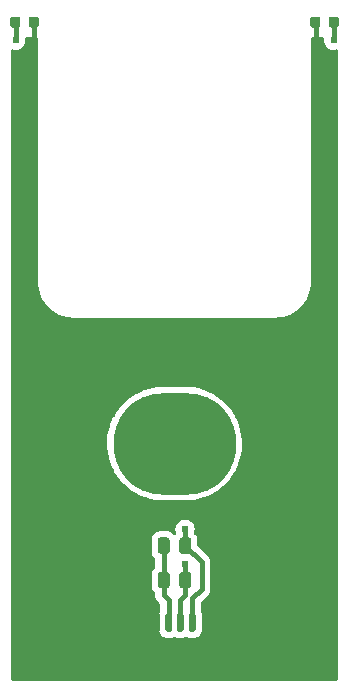
<source format=gtl>
G04 #@! TF.GenerationSoftware,KiCad,Pcbnew,6.0.2+dfsg-1*
G04 #@! TF.CreationDate,2024-06-30T21:19:04-06:00*
G04 #@! TF.ProjectId,ckt-axle,636b742d-6178-46c6-952e-6b696361645f,rev?*
G04 #@! TF.SameCoordinates,Original*
G04 #@! TF.FileFunction,Copper,L1,Top*
G04 #@! TF.FilePolarity,Positive*
%FSLAX46Y46*%
G04 Gerber Fmt 4.6, Leading zero omitted, Abs format (unit mm)*
G04 Created by KiCad (PCBNEW 6.0.2+dfsg-1) date 2024-06-30 21:19:04*
%MOMM*%
%LPD*%
G01*
G04 APERTURE LIST*
G04 #@! TA.AperFunction,ComponentPad*
%ADD10O,10.400000X8.600000*%
G04 #@! TD*
G04 #@! TA.AperFunction,ViaPad*
%ADD11C,0.609600*%
G04 #@! TD*
G04 #@! TA.AperFunction,Conductor*
%ADD12C,0.457200*%
G04 #@! TD*
G04 APERTURE END LIST*
G04 #@! TA.AperFunction,SMDPad,CuDef*
G36*
G01*
X140126000Y-70995250D02*
X140126000Y-70482750D01*
G75*
G02*
X140344750Y-70264000I218750J0D01*
G01*
X140782250Y-70264000D01*
G75*
G02*
X141001000Y-70482750I0J-218750D01*
G01*
X141001000Y-70995250D01*
G75*
G02*
X140782250Y-71214000I-218750J0D01*
G01*
X140344750Y-71214000D01*
G75*
G02*
X140126000Y-70995250I0J218750D01*
G01*
G37*
G04 #@! TD.AperFunction*
G04 #@! TA.AperFunction,SMDPad,CuDef*
G36*
G01*
X141701000Y-70995250D02*
X141701000Y-70482750D01*
G75*
G02*
X141919750Y-70264000I218750J0D01*
G01*
X142357250Y-70264000D01*
G75*
G02*
X142576000Y-70482750I0J-218750D01*
G01*
X142576000Y-70995250D01*
G75*
G02*
X142357250Y-71214000I-218750J0D01*
G01*
X141919750Y-71214000D01*
G75*
G02*
X141701000Y-70995250I0J218750D01*
G01*
G37*
G04 #@! TD.AperFunction*
G04 #@! TA.AperFunction,SMDPad,CuDef*
G36*
G01*
X126851000Y-122196000D02*
X126851000Y-120946000D01*
G75*
G02*
X127001000Y-120796000I150000J0D01*
G01*
X127301000Y-120796000D01*
G75*
G02*
X127451000Y-120946000I0J-150000D01*
G01*
X127451000Y-122196000D01*
G75*
G02*
X127301000Y-122346000I-150000J0D01*
G01*
X127001000Y-122346000D01*
G75*
G02*
X126851000Y-122196000I0J150000D01*
G01*
G37*
G04 #@! TD.AperFunction*
G04 #@! TA.AperFunction,SMDPad,CuDef*
G36*
G01*
X127851000Y-122196000D02*
X127851000Y-120946000D01*
G75*
G02*
X128001000Y-120796000I150000J0D01*
G01*
X128301000Y-120796000D01*
G75*
G02*
X128451000Y-120946000I0J-150000D01*
G01*
X128451000Y-122196000D01*
G75*
G02*
X128301000Y-122346000I-150000J0D01*
G01*
X128001000Y-122346000D01*
G75*
G02*
X127851000Y-122196000I0J150000D01*
G01*
G37*
G04 #@! TD.AperFunction*
G04 #@! TA.AperFunction,SMDPad,CuDef*
G36*
G01*
X128851000Y-122196000D02*
X128851000Y-120946000D01*
G75*
G02*
X129001000Y-120796000I150000J0D01*
G01*
X129301000Y-120796000D01*
G75*
G02*
X129451000Y-120946000I0J-150000D01*
G01*
X129451000Y-122196000D01*
G75*
G02*
X129301000Y-122346000I-150000J0D01*
G01*
X129001000Y-122346000D01*
G75*
G02*
X128851000Y-122196000I0J150000D01*
G01*
G37*
G04 #@! TD.AperFunction*
G04 #@! TA.AperFunction,SMDPad,CuDef*
G36*
G01*
X129851000Y-122196000D02*
X129851000Y-120946000D01*
G75*
G02*
X130001000Y-120796000I150000J0D01*
G01*
X130301000Y-120796000D01*
G75*
G02*
X130451000Y-120946000I0J-150000D01*
G01*
X130451000Y-122196000D01*
G75*
G02*
X130301000Y-122346000I-150000J0D01*
G01*
X130001000Y-122346000D01*
G75*
G02*
X129851000Y-122196000I0J150000D01*
G01*
G37*
G04 #@! TD.AperFunction*
G04 #@! TA.AperFunction,SMDPad,CuDef*
G36*
G01*
X130851000Y-126096000D02*
X130851000Y-124796000D01*
G75*
G02*
X131101000Y-124546000I250000J0D01*
G01*
X131801000Y-124546000D01*
G75*
G02*
X132051000Y-124796000I0J-250000D01*
G01*
X132051000Y-126096000D01*
G75*
G02*
X131801000Y-126346000I-250000J0D01*
G01*
X131101000Y-126346000D01*
G75*
G02*
X130851000Y-126096000I0J250000D01*
G01*
G37*
G04 #@! TD.AperFunction*
G04 #@! TA.AperFunction,SMDPad,CuDef*
G36*
G01*
X125251000Y-126096000D02*
X125251000Y-124796000D01*
G75*
G02*
X125501000Y-124546000I250000J0D01*
G01*
X126201000Y-124546000D01*
G75*
G02*
X126451000Y-124796000I0J-250000D01*
G01*
X126451000Y-126096000D01*
G75*
G02*
X126201000Y-126346000I-250000J0D01*
G01*
X125501000Y-126346000D01*
G75*
G02*
X125251000Y-126096000I0J250000D01*
G01*
G37*
G04 #@! TD.AperFunction*
G04 #@! TA.AperFunction,SMDPad,CuDef*
G36*
G01*
X130076000Y-117533000D02*
X130076000Y-118433000D01*
G75*
G02*
X129826000Y-118683000I-250000J0D01*
G01*
X129301000Y-118683000D01*
G75*
G02*
X129051000Y-118433000I0J250000D01*
G01*
X129051000Y-117533000D01*
G75*
G02*
X129301000Y-117283000I250000J0D01*
G01*
X129826000Y-117283000D01*
G75*
G02*
X130076000Y-117533000I0J-250000D01*
G01*
G37*
G04 #@! TD.AperFunction*
G04 #@! TA.AperFunction,SMDPad,CuDef*
G36*
G01*
X128251000Y-117533000D02*
X128251000Y-118433000D01*
G75*
G02*
X128001000Y-118683000I-250000J0D01*
G01*
X127476000Y-118683000D01*
G75*
G02*
X127226000Y-118433000I0J250000D01*
G01*
X127226000Y-117533000D01*
G75*
G02*
X127476000Y-117283000I250000J0D01*
G01*
X128001000Y-117283000D01*
G75*
G02*
X128251000Y-117533000I0J-250000D01*
G01*
G37*
G04 #@! TD.AperFunction*
G04 #@! TA.AperFunction,SMDPad,CuDef*
G36*
G01*
X130076000Y-114612000D02*
X130076000Y-115512000D01*
G75*
G02*
X129826000Y-115762000I-250000J0D01*
G01*
X129301000Y-115762000D01*
G75*
G02*
X129051000Y-115512000I0J250000D01*
G01*
X129051000Y-114612000D01*
G75*
G02*
X129301000Y-114362000I250000J0D01*
G01*
X129826000Y-114362000D01*
G75*
G02*
X130076000Y-114612000I0J-250000D01*
G01*
G37*
G04 #@! TD.AperFunction*
G04 #@! TA.AperFunction,SMDPad,CuDef*
G36*
G01*
X128251000Y-114612000D02*
X128251000Y-115512000D01*
G75*
G02*
X128001000Y-115762000I-250000J0D01*
G01*
X127476000Y-115762000D01*
G75*
G02*
X127226000Y-115512000I0J250000D01*
G01*
X127226000Y-114612000D01*
G75*
G02*
X127476000Y-114362000I250000J0D01*
G01*
X128001000Y-114362000D01*
G75*
G02*
X128251000Y-114612000I0J-250000D01*
G01*
G37*
G04 #@! TD.AperFunction*
G04 #@! TA.AperFunction,SMDPad,CuDef*
G36*
G01*
X117176000Y-70482750D02*
X117176000Y-70995250D01*
G75*
G02*
X116957250Y-71214000I-218750J0D01*
G01*
X116519750Y-71214000D01*
G75*
G02*
X116301000Y-70995250I0J218750D01*
G01*
X116301000Y-70482750D01*
G75*
G02*
X116519750Y-70264000I218750J0D01*
G01*
X116957250Y-70264000D01*
G75*
G02*
X117176000Y-70482750I0J-218750D01*
G01*
G37*
G04 #@! TD.AperFunction*
G04 #@! TA.AperFunction,SMDPad,CuDef*
G36*
G01*
X115601000Y-70482750D02*
X115601000Y-70995250D01*
G75*
G02*
X115382250Y-71214000I-218750J0D01*
G01*
X114944750Y-71214000D01*
G75*
G02*
X114726000Y-70995250I0J218750D01*
G01*
X114726000Y-70482750D01*
G75*
G02*
X114944750Y-70264000I218750J0D01*
G01*
X115382250Y-70264000D01*
G75*
G02*
X115601000Y-70482750I0J-218750D01*
G01*
G37*
G04 #@! TD.AperFunction*
D10*
X128651000Y-106426000D03*
D11*
X128651000Y-125349000D03*
X129540000Y-116586000D03*
X115189000Y-72263000D03*
X129540000Y-113665000D03*
X142113000Y-72263000D03*
D12*
X140589000Y-70739000D02*
X140589000Y-72618500D01*
X116713000Y-70739000D02*
X116713000Y-72618500D01*
X115189000Y-72263000D02*
X115189000Y-70764500D01*
X129563500Y-119229500D02*
X129151000Y-119642000D01*
X129151000Y-119642000D02*
X129151000Y-121571000D01*
X129563500Y-116609500D02*
X129563500Y-119229500D01*
X115189000Y-70764500D02*
X115163500Y-70739000D01*
X129540000Y-116586000D02*
X129563500Y-116609500D01*
X130937000Y-116435500D02*
X129563500Y-115062000D01*
X129563500Y-115062000D02*
X129563500Y-113688500D01*
X130937000Y-118745000D02*
X130937000Y-116435500D01*
X142113000Y-72263000D02*
X142113000Y-70764500D01*
X130151000Y-121571000D02*
X130151000Y-119531000D01*
X129563500Y-113688500D02*
X129540000Y-113665000D01*
X142113000Y-70764500D02*
X142138500Y-70739000D01*
X130151000Y-119531000D02*
X130937000Y-118745000D01*
X128151000Y-121571000D02*
X128151000Y-119642000D01*
X127738500Y-119229500D02*
X127738500Y-115062000D01*
X128151000Y-119642000D02*
X127738500Y-119229500D01*
G04 #@! TA.AperFunction,Conductor*
G36*
X117036121Y-72029002D02*
G01*
X117082614Y-72082658D01*
X117094000Y-72135000D01*
X117094000Y-92656793D01*
X117092254Y-92677697D01*
X117088929Y-92697461D01*
X117088776Y-92710000D01*
X117089465Y-92714808D01*
X117089465Y-92714813D01*
X117089614Y-92715851D01*
X117090715Y-92727122D01*
X117106537Y-93029040D01*
X117156515Y-93344585D01*
X117239202Y-93653176D01*
X117353692Y-93951435D01*
X117355190Y-93954375D01*
X117453257Y-94146841D01*
X117498732Y-94236091D01*
X117672732Y-94504028D01*
X117873786Y-94752309D01*
X118099691Y-94978214D01*
X118347972Y-95179268D01*
X118615909Y-95353268D01*
X118618843Y-95354763D01*
X118618850Y-95354767D01*
X118897625Y-95496810D01*
X118900565Y-95498308D01*
X119198824Y-95612798D01*
X119507415Y-95695485D01*
X119674934Y-95722018D01*
X119819712Y-95744949D01*
X119819720Y-95744950D01*
X119822960Y-95745463D01*
X119963926Y-95752851D01*
X120108921Y-95760450D01*
X120123221Y-95762022D01*
X120124656Y-95762263D01*
X120124660Y-95762263D01*
X120129461Y-95763071D01*
X120135816Y-95763149D01*
X120137141Y-95763165D01*
X120137145Y-95763165D01*
X120142000Y-95763224D01*
X120169588Y-95759273D01*
X120187451Y-95758000D01*
X137106793Y-95758000D01*
X137127697Y-95759746D01*
X137147461Y-95763071D01*
X137153819Y-95763149D01*
X137155142Y-95763165D01*
X137155146Y-95763165D01*
X137160000Y-95763224D01*
X137164808Y-95762535D01*
X137164813Y-95762535D01*
X137165851Y-95762386D01*
X137177122Y-95761285D01*
X137479040Y-95745463D01*
X137482280Y-95744950D01*
X137482288Y-95744949D01*
X137627066Y-95722018D01*
X137794585Y-95695485D01*
X138103176Y-95612798D01*
X138401435Y-95498308D01*
X138404375Y-95496810D01*
X138683150Y-95354767D01*
X138683157Y-95354763D01*
X138686091Y-95353268D01*
X138954028Y-95179268D01*
X139202309Y-94978214D01*
X139428214Y-94752309D01*
X139629268Y-94504028D01*
X139803268Y-94236091D01*
X139848744Y-94146841D01*
X139946810Y-93954375D01*
X139948308Y-93951435D01*
X140062798Y-93653176D01*
X140145485Y-93344585D01*
X140195463Y-93029040D01*
X140210450Y-92743079D01*
X140212022Y-92728779D01*
X140212263Y-92727344D01*
X140212263Y-92727340D01*
X140213071Y-92722539D01*
X140213224Y-92710000D01*
X140209273Y-92682412D01*
X140208000Y-92664549D01*
X140208000Y-72135000D01*
X140228002Y-72066879D01*
X140281658Y-72020386D01*
X140334000Y-72009000D01*
X141182358Y-72009000D01*
X141250479Y-72029002D01*
X141296972Y-72082658D01*
X141307365Y-72150791D01*
X141294634Y-72251573D01*
X141295321Y-72258580D01*
X141295321Y-72258583D01*
X141304967Y-72356957D01*
X141312439Y-72433164D01*
X141370033Y-72606299D01*
X141464554Y-72762371D01*
X141591303Y-72893623D01*
X141597195Y-72897478D01*
X141597199Y-72897482D01*
X141732000Y-72985693D01*
X141743981Y-72993533D01*
X141750585Y-72995989D01*
X141750587Y-72995990D01*
X141829491Y-73025334D01*
X141915000Y-73057135D01*
X142095860Y-73081267D01*
X142102871Y-73080629D01*
X142102875Y-73080629D01*
X142242580Y-73067914D01*
X142277571Y-73064729D01*
X142284273Y-73062551D01*
X142284275Y-73062551D01*
X142329064Y-73047998D01*
X142400032Y-73045971D01*
X142460830Y-73082633D01*
X142492155Y-73146345D01*
X142494000Y-73167831D01*
X142494000Y-126366000D01*
X142473998Y-126434121D01*
X142420342Y-126480614D01*
X142368000Y-126492000D01*
X114934000Y-126492000D01*
X114865879Y-126471998D01*
X114819386Y-126418342D01*
X114808000Y-126366000D01*
X114808000Y-118483400D01*
X126717500Y-118483400D01*
X126728474Y-118589166D01*
X126784450Y-118756946D01*
X126877522Y-118907348D01*
X126882704Y-118912521D01*
X126882708Y-118912526D01*
X126964417Y-118994092D01*
X126998497Y-119056374D01*
X127001400Y-119083265D01*
X127001400Y-119164055D01*
X126999967Y-119183005D01*
X126996834Y-119203600D01*
X126997427Y-119210892D01*
X126997427Y-119210896D01*
X127000985Y-119254637D01*
X127001400Y-119264851D01*
X127001400Y-119272541D01*
X127001824Y-119276175D01*
X127001824Y-119276181D01*
X127004589Y-119299893D01*
X127005021Y-119304264D01*
X127010768Y-119374915D01*
X127013024Y-119381877D01*
X127014134Y-119387435D01*
X127015438Y-119392952D01*
X127016286Y-119400224D01*
X127018785Y-119407108D01*
X127018786Y-119407113D01*
X127040474Y-119466862D01*
X127041900Y-119471016D01*
X127063739Y-119538429D01*
X127067535Y-119544685D01*
X127069887Y-119549823D01*
X127072434Y-119554908D01*
X127074932Y-119561790D01*
X127113807Y-119621085D01*
X127116130Y-119624767D01*
X127152907Y-119685372D01*
X127156614Y-119689569D01*
X127156615Y-119689571D01*
X127160101Y-119693518D01*
X127160082Y-119693535D01*
X127162989Y-119696812D01*
X127165156Y-119699404D01*
X127169173Y-119705531D01*
X127174489Y-119710566D01*
X127174489Y-119710567D01*
X127223773Y-119757254D01*
X127226215Y-119759632D01*
X127376995Y-119910412D01*
X127411021Y-119972724D01*
X127413900Y-119999507D01*
X127413900Y-120610654D01*
X127398226Y-120667952D01*
X127399038Y-120668303D01*
X127396569Y-120674007D01*
X127396356Y-120674789D01*
X127391855Y-120682399D01*
X127345438Y-120842169D01*
X127342500Y-120879498D01*
X127342500Y-122262502D01*
X127345438Y-122299831D01*
X127391855Y-122459601D01*
X127395892Y-122466427D01*
X127472509Y-122595980D01*
X127472511Y-122595983D01*
X127476547Y-122602807D01*
X127594193Y-122720453D01*
X127601017Y-122724489D01*
X127601020Y-122724491D01*
X127685618Y-122774522D01*
X127737399Y-122805145D01*
X127745010Y-122807356D01*
X127745012Y-122807357D01*
X127797231Y-122822528D01*
X127897169Y-122851562D01*
X127903574Y-122852066D01*
X127903579Y-122852067D01*
X127932042Y-122854307D01*
X127932050Y-122854307D01*
X127934498Y-122854500D01*
X128367502Y-122854500D01*
X128369950Y-122854307D01*
X128369958Y-122854307D01*
X128398421Y-122852067D01*
X128398426Y-122852066D01*
X128404831Y-122851562D01*
X128504769Y-122822528D01*
X128556988Y-122807357D01*
X128556990Y-122807356D01*
X128564601Y-122805145D01*
X128571426Y-122801109D01*
X128586863Y-122791980D01*
X128655679Y-122774522D01*
X128715137Y-122791980D01*
X128730574Y-122801109D01*
X128737399Y-122805145D01*
X128745010Y-122807356D01*
X128745012Y-122807357D01*
X128797231Y-122822528D01*
X128897169Y-122851562D01*
X128903574Y-122852066D01*
X128903579Y-122852067D01*
X128932042Y-122854307D01*
X128932050Y-122854307D01*
X128934498Y-122854500D01*
X129367502Y-122854500D01*
X129369950Y-122854307D01*
X129369958Y-122854307D01*
X129398421Y-122852067D01*
X129398426Y-122852066D01*
X129404831Y-122851562D01*
X129504769Y-122822528D01*
X129556988Y-122807357D01*
X129556990Y-122807356D01*
X129564601Y-122805145D01*
X129571426Y-122801109D01*
X129586863Y-122791980D01*
X129655679Y-122774522D01*
X129715137Y-122791980D01*
X129730574Y-122801109D01*
X129737399Y-122805145D01*
X129745010Y-122807356D01*
X129745012Y-122807357D01*
X129797231Y-122822528D01*
X129897169Y-122851562D01*
X129903574Y-122852066D01*
X129903579Y-122852067D01*
X129932042Y-122854307D01*
X129932050Y-122854307D01*
X129934498Y-122854500D01*
X130367502Y-122854500D01*
X130369950Y-122854307D01*
X130369958Y-122854307D01*
X130398421Y-122852067D01*
X130398426Y-122852066D01*
X130404831Y-122851562D01*
X130504769Y-122822528D01*
X130556988Y-122807357D01*
X130556990Y-122807356D01*
X130564601Y-122805145D01*
X130616382Y-122774522D01*
X130700980Y-122724491D01*
X130700983Y-122724489D01*
X130707807Y-122720453D01*
X130825453Y-122602807D01*
X130829489Y-122595983D01*
X130829491Y-122595980D01*
X130906108Y-122466427D01*
X130910145Y-122459601D01*
X130956562Y-122299831D01*
X130959500Y-122262502D01*
X130959500Y-120879498D01*
X130956562Y-120842169D01*
X130910145Y-120682399D01*
X130905644Y-120674789D01*
X130905431Y-120674007D01*
X130902962Y-120668303D01*
X130903774Y-120667952D01*
X130888100Y-120610654D01*
X130888100Y-119888507D01*
X130908102Y-119820386D01*
X130925005Y-119799412D01*
X131411931Y-119312486D01*
X131426344Y-119300099D01*
X131437224Y-119292093D01*
X131437228Y-119292089D01*
X131443123Y-119287751D01*
X131476278Y-119248725D01*
X131483208Y-119241209D01*
X131488643Y-119235774D01*
X131505749Y-119214152D01*
X131508509Y-119210786D01*
X131549669Y-119162338D01*
X131554408Y-119156760D01*
X131557738Y-119150238D01*
X131560892Y-119145509D01*
X131563860Y-119140705D01*
X131568403Y-119134962D01*
X131598423Y-119070730D01*
X131600355Y-119066778D01*
X131629245Y-119010202D01*
X131629246Y-119010200D01*
X131632574Y-119003682D01*
X131634314Y-118996573D01*
X131636290Y-118991259D01*
X131638081Y-118985876D01*
X131641178Y-118979249D01*
X131655618Y-118909829D01*
X131656589Y-118905542D01*
X131672091Y-118842186D01*
X131673427Y-118836727D01*
X131674100Y-118825880D01*
X131674125Y-118825882D01*
X131674386Y-118821535D01*
X131674689Y-118818137D01*
X131676180Y-118810970D01*
X131674146Y-118735797D01*
X131674100Y-118732389D01*
X131674100Y-116500945D01*
X131675533Y-116481994D01*
X131677566Y-116468633D01*
X131677566Y-116468630D01*
X131678666Y-116461400D01*
X131674515Y-116410368D01*
X131674100Y-116400153D01*
X131674100Y-116392459D01*
X131670909Y-116365086D01*
X131670476Y-116360712D01*
X131665325Y-116297382D01*
X131665324Y-116297378D01*
X131664731Y-116290085D01*
X131662477Y-116283125D01*
X131661360Y-116277537D01*
X131660061Y-116272044D01*
X131659214Y-116264776D01*
X131656717Y-116257898D01*
X131656716Y-116257892D01*
X131635021Y-116198126D01*
X131633613Y-116194026D01*
X131611761Y-116126570D01*
X131607963Y-116120311D01*
X131605605Y-116115160D01*
X131603064Y-116110087D01*
X131600568Y-116103210D01*
X131579252Y-116070698D01*
X131561708Y-116043938D01*
X131559361Y-116040219D01*
X131525502Y-115984422D01*
X131522593Y-115979628D01*
X131518884Y-115975429D01*
X131518881Y-115975424D01*
X131515399Y-115971482D01*
X131515418Y-115971465D01*
X131512511Y-115968188D01*
X131510344Y-115965596D01*
X131506327Y-115959469D01*
X131451726Y-115907745D01*
X131449285Y-115905368D01*
X130621405Y-115077488D01*
X130587379Y-115015176D01*
X130584500Y-114988393D01*
X130584500Y-114561600D01*
X130573526Y-114455834D01*
X130517550Y-114288054D01*
X130424478Y-114137652D01*
X130419296Y-114132479D01*
X130419292Y-114132474D01*
X130341582Y-114054900D01*
X130307502Y-113992618D01*
X130312811Y-113920983D01*
X130313014Y-113920450D01*
X130332733Y-113868539D01*
X130358127Y-113687852D01*
X130358446Y-113665000D01*
X130338107Y-113483675D01*
X130278101Y-113311361D01*
X130181411Y-113156624D01*
X130116847Y-113091608D01*
X130057804Y-113032151D01*
X130057800Y-113032148D01*
X130052841Y-113027154D01*
X130041657Y-113020056D01*
X129993451Y-112989464D01*
X129898783Y-112929386D01*
X129792090Y-112891394D01*
X129733527Y-112870540D01*
X129733525Y-112870539D01*
X129726893Y-112868178D01*
X129719907Y-112867345D01*
X129719903Y-112867344D01*
X129590326Y-112851894D01*
X129545714Y-112846574D01*
X129538711Y-112847310D01*
X129538710Y-112847310D01*
X129492475Y-112852170D01*
X129364251Y-112865646D01*
X129357583Y-112867916D01*
X129198190Y-112922178D01*
X129198187Y-112922179D01*
X129191523Y-112924448D01*
X129036114Y-113020056D01*
X128905750Y-113147718D01*
X128806908Y-113301090D01*
X128804499Y-113307710D01*
X128804497Y-113307713D01*
X128746910Y-113465932D01*
X128744502Y-113472549D01*
X128721634Y-113653573D01*
X128722321Y-113660580D01*
X128722321Y-113660583D01*
X128731967Y-113758957D01*
X128739439Y-113835164D01*
X128769093Y-113924306D01*
X128781200Y-113960702D01*
X128783723Y-114031654D01*
X128750814Y-114089493D01*
X128740214Y-114100111D01*
X128677931Y-114134189D01*
X128607111Y-114129184D01*
X128562025Y-114100264D01*
X128479483Y-114017866D01*
X128474303Y-114012695D01*
X128468072Y-114008854D01*
X128329968Y-113923725D01*
X128329966Y-113923724D01*
X128323738Y-113919885D01*
X128163254Y-113866655D01*
X128162389Y-113866368D01*
X128162387Y-113866368D01*
X128155861Y-113864203D01*
X128149025Y-113863503D01*
X128149022Y-113863502D01*
X128105969Y-113859091D01*
X128051400Y-113853500D01*
X127425600Y-113853500D01*
X127422354Y-113853837D01*
X127422350Y-113853837D01*
X127326692Y-113863762D01*
X127326688Y-113863763D01*
X127319834Y-113864474D01*
X127313298Y-113866655D01*
X127313296Y-113866655D01*
X127287918Y-113875122D01*
X127152054Y-113920450D01*
X127001652Y-114013522D01*
X126876695Y-114138697D01*
X126783885Y-114289262D01*
X126728203Y-114457139D01*
X126717500Y-114561600D01*
X126717500Y-115562400D01*
X126728474Y-115668166D01*
X126784450Y-115835946D01*
X126877522Y-115986348D01*
X126882704Y-115991521D01*
X126882708Y-115991526D01*
X126964417Y-116073092D01*
X126998497Y-116135374D01*
X127001400Y-116162265D01*
X127001400Y-116882647D01*
X126981398Y-116950768D01*
X126964573Y-116971664D01*
X126881870Y-117054512D01*
X126881866Y-117054517D01*
X126876695Y-117059697D01*
X126783885Y-117210262D01*
X126728203Y-117378139D01*
X126717500Y-117482600D01*
X126717500Y-118483400D01*
X114808000Y-118483400D01*
X114808000Y-106291600D01*
X122939389Y-106291600D01*
X122939439Y-106294455D01*
X122944081Y-106560400D01*
X122947010Y-106728241D01*
X122994175Y-107162395D01*
X123080493Y-107590488D01*
X123205256Y-108008996D01*
X123367435Y-108414473D01*
X123368733Y-108417020D01*
X123491787Y-108658526D01*
X123565697Y-108803583D01*
X123798408Y-109173123D01*
X124063654Y-109520050D01*
X124359252Y-109841510D01*
X124682767Y-110134856D01*
X125031538Y-110397674D01*
X125402693Y-110627800D01*
X125793178Y-110823340D01*
X125795834Y-110824381D01*
X125795841Y-110824384D01*
X126197124Y-110981645D01*
X126199778Y-110982685D01*
X126202505Y-110983477D01*
X126202516Y-110983481D01*
X126616402Y-111103726D01*
X126616406Y-111103727D01*
X126619146Y-111104523D01*
X127047831Y-111187851D01*
X127256627Y-111209060D01*
X127480016Y-111231751D01*
X127480027Y-111231752D01*
X127482304Y-111231983D01*
X127572418Y-111234500D01*
X129660847Y-111234500D01*
X129662247Y-111234436D01*
X129662266Y-111234436D01*
X129818752Y-111227330D01*
X129987259Y-111219678D01*
X129990080Y-111219292D01*
X129990086Y-111219291D01*
X130223577Y-111187306D01*
X130419927Y-111160409D01*
X130422696Y-111159770D01*
X130422700Y-111159769D01*
X130540774Y-111132509D01*
X130845442Y-111062171D01*
X131090364Y-110981645D01*
X131257588Y-110926665D01*
X131257595Y-110926662D01*
X131260303Y-110925772D01*
X131661094Y-110752334D01*
X132044517Y-110543286D01*
X132264602Y-110395952D01*
X132405038Y-110301939D01*
X132405049Y-110301931D01*
X132407415Y-110300347D01*
X132746801Y-110025517D01*
X133059882Y-109721059D01*
X133344080Y-109389479D01*
X133597057Y-109033506D01*
X133729466Y-108806005D01*
X133815301Y-108658526D01*
X133815305Y-108658519D01*
X133816730Y-108656070D01*
X133930629Y-108411813D01*
X134000081Y-108262874D01*
X134000085Y-108262864D01*
X134001291Y-108260278D01*
X134002262Y-108257581D01*
X134148253Y-107852077D01*
X134148256Y-107852068D01*
X134149221Y-107849387D01*
X134259302Y-107426780D01*
X134330628Y-106995936D01*
X134350078Y-106731078D01*
X134362402Y-106563246D01*
X134362611Y-106560400D01*
X134357969Y-106294455D01*
X134355040Y-106126610D01*
X134355040Y-106126605D01*
X134354990Y-106123759D01*
X134307825Y-105689605D01*
X134221507Y-105261512D01*
X134096744Y-104843004D01*
X133934565Y-104437527D01*
X133811465Y-104195930D01*
X133737599Y-104050960D01*
X133737596Y-104050955D01*
X133736303Y-104048417D01*
X133503592Y-103678877D01*
X133238346Y-103331950D01*
X132942748Y-103010490D01*
X132619233Y-102717144D01*
X132270462Y-102454326D01*
X131899307Y-102224200D01*
X131508822Y-102028660D01*
X131506166Y-102027619D01*
X131506159Y-102027616D01*
X131104876Y-101870355D01*
X131104874Y-101870354D01*
X131102222Y-101869315D01*
X131099495Y-101868523D01*
X131099484Y-101868519D01*
X130685598Y-101748274D01*
X130685594Y-101748273D01*
X130682854Y-101747477D01*
X130254169Y-101664149D01*
X130045373Y-101642940D01*
X129821984Y-101620249D01*
X129821973Y-101620248D01*
X129819696Y-101620017D01*
X129729582Y-101617500D01*
X127641153Y-101617500D01*
X127639753Y-101617564D01*
X127639734Y-101617564D01*
X127483248Y-101624670D01*
X127314741Y-101632322D01*
X127311920Y-101632708D01*
X127311914Y-101632709D01*
X127098407Y-101661957D01*
X126882073Y-101691591D01*
X126879304Y-101692230D01*
X126879300Y-101692231D01*
X126761227Y-101719491D01*
X126456558Y-101789829D01*
X126453845Y-101790721D01*
X126044412Y-101925335D01*
X126044405Y-101925338D01*
X126041697Y-101926228D01*
X125640906Y-102099666D01*
X125257483Y-102308714D01*
X125129453Y-102394423D01*
X124896962Y-102550061D01*
X124896951Y-102550069D01*
X124894585Y-102551653D01*
X124555199Y-102826483D01*
X124242118Y-103130941D01*
X123957920Y-103462521D01*
X123704943Y-103818494D01*
X123703506Y-103820963D01*
X123569645Y-104050960D01*
X123485270Y-104195930D01*
X123484068Y-104198508D01*
X123301919Y-104589126D01*
X123301915Y-104589136D01*
X123300709Y-104591722D01*
X123299738Y-104594419D01*
X123211201Y-104840341D01*
X123152779Y-105002613D01*
X123042698Y-105425220D01*
X122971372Y-105856064D01*
X122971163Y-105858907D01*
X122971163Y-105858909D01*
X122951714Y-106123759D01*
X122939389Y-106291600D01*
X114808000Y-106291600D01*
X114808000Y-73170368D01*
X114828002Y-73102247D01*
X114881658Y-73055754D01*
X114951932Y-73045650D01*
X114977913Y-73052268D01*
X114991000Y-73057135D01*
X115171860Y-73081267D01*
X115178871Y-73080629D01*
X115178875Y-73080629D01*
X115318580Y-73067914D01*
X115353571Y-73064729D01*
X115360273Y-73062551D01*
X115360275Y-73062551D01*
X115520405Y-73010522D01*
X115520408Y-73010521D01*
X115527104Y-73008345D01*
X115551952Y-72993533D01*
X115677777Y-72918527D01*
X115677780Y-72918525D01*
X115683832Y-72914917D01*
X115755139Y-72847012D01*
X115810862Y-72793948D01*
X115810864Y-72793945D01*
X115815966Y-72789087D01*
X115916939Y-72637110D01*
X115931938Y-72597625D01*
X115979233Y-72473122D01*
X115979234Y-72473117D01*
X115981733Y-72466539D01*
X116007127Y-72285852D01*
X116007446Y-72263000D01*
X115994664Y-72149045D01*
X116006948Y-72079119D01*
X116055087Y-72026935D01*
X116119879Y-72009000D01*
X116968000Y-72009000D01*
X117036121Y-72029002D01*
G37*
G04 #@! TD.AperFunction*
M02*

</source>
